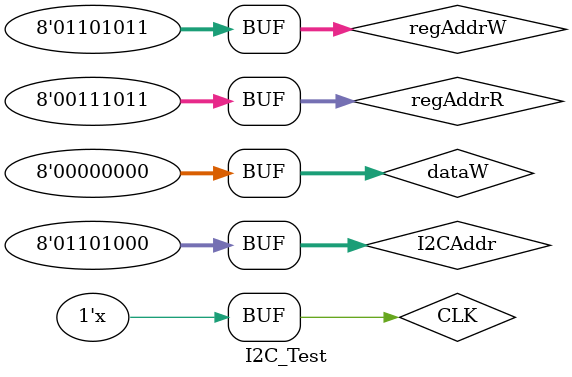
<source format=sv>
`timescale 1ns / 1ps


module I2C_Test();
   logic CLK;
   wire SDA; 
   logic SCL;
//set parameters 
logic [7:0] I2CAddr, regAddrR, regAddrW;
logic [15:0] dataR;
logic [7:0] dataW;
    
    I2C Gyro_Reader ( .clk(CLK), .I2CAddr(I2CAddr), .regAddrR(regAddrR), 
                    .regAddrW(regAddrW), .dataR(dataR), .dataW(dataW),
                    .SDAin(SDA), .SCL(SCL));
initial CLK = 1'b0;                    
always begin
#5 CLK = ~CLK;
end                    
always begin
#100
I2CAddr = 8'h68;
regAddrR = 8'h3B;
regAddrW = 8'h6B;
dataW = 8'h00;                
end                    
endmodule

</source>
